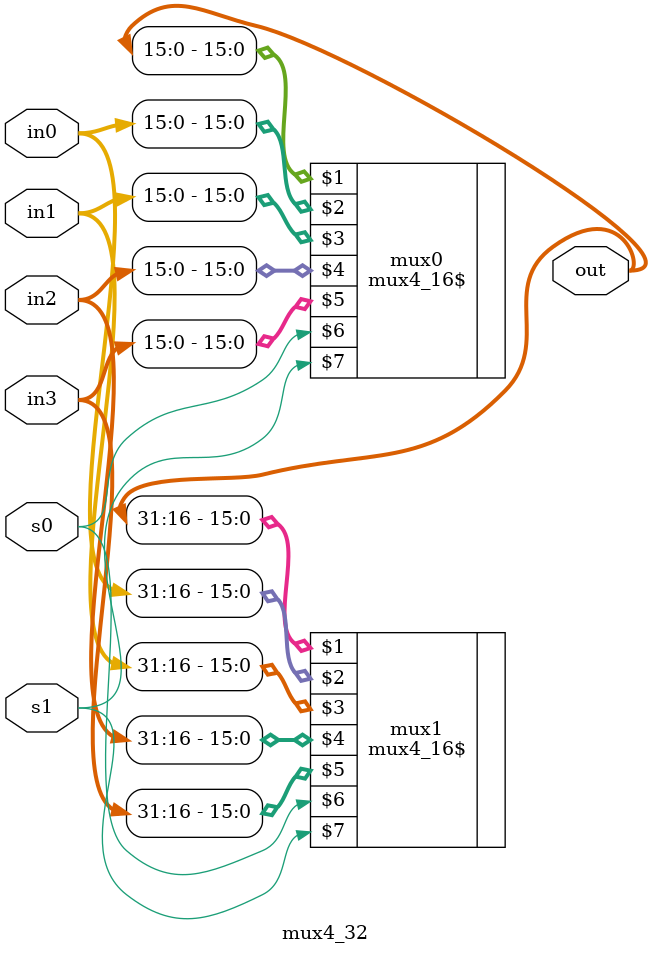
<source format=v>
module mux4_32(out, in0, in1, in2, in3, s0, s1);
input [31:0]in0;
input [31:0]in1;
input [31:0]in2;
input [31:0]in3;
input s0, s1;
output [31:0]out;
mux4_16$ mux0(out[15:0], in0[15:0], in1[15:0], in2[15:0], in3[15:0], s0, s1);
mux4_16$ mux1(out[31:16], in0[31:16], in1[31:16], in2[31:16], in3[31:16], s0, s1);
endmodule

</source>
